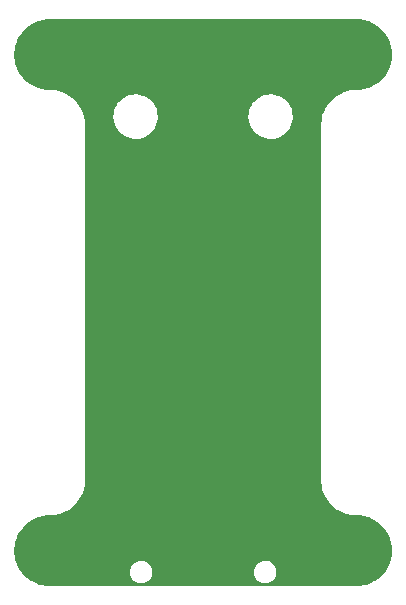
<source format=gbr>
%TF.GenerationSoftware,KiCad,Pcbnew,(7.0.0)*%
%TF.CreationDate,2024-01-22T21:47:18-08:00*%
%TF.ProjectId,M.E.S.S.I Basic,4d2e452e-532e-4532-9e49-204261736963,rev?*%
%TF.SameCoordinates,Original*%
%TF.FileFunction,Copper,L2,Bot*%
%TF.FilePolarity,Positive*%
%FSLAX46Y46*%
G04 Gerber Fmt 4.6, Leading zero omitted, Abs format (unit mm)*
G04 Created by KiCad (PCBNEW (7.0.0)) date 2024-01-22 21:47:18*
%MOMM*%
%LPD*%
G01*
G04 APERTURE LIST*
%TA.AperFunction,ComponentPad*%
%ADD10C,0.800000*%
%TD*%
%TA.AperFunction,ComponentPad*%
%ADD11C,5.400000*%
%TD*%
%TA.AperFunction,ViaPad*%
%ADD12C,0.762000*%
%TD*%
G04 APERTURE END LIST*
D10*
%TO.P,H1,1,1*%
%TO.N,GND*%
X123000000Y-55025000D03*
X121568109Y-54431891D03*
X124431891Y-54431891D03*
X120975000Y-53000000D03*
D11*
X123000000Y-53000000D03*
D10*
X125025000Y-53000000D03*
X121568109Y-51568109D03*
X124431891Y-51568109D03*
X123000000Y-50975000D03*
%TD*%
%TO.P,H2,1,1*%
%TO.N,GND*%
X94975000Y-53000000D03*
X95568109Y-51568109D03*
X95568109Y-54431891D03*
X97000000Y-50975000D03*
D11*
X97000000Y-53000000D03*
D10*
X97000000Y-55025000D03*
X98431891Y-51568109D03*
X98431891Y-54431891D03*
X99025000Y-53000000D03*
%TD*%
%TO.P,H3,1,1*%
%TO.N,GND*%
X94975000Y-95000000D03*
X95568109Y-93568109D03*
X95568109Y-96431891D03*
X97000000Y-92975000D03*
D11*
X97000000Y-95000000D03*
D10*
X97000000Y-97025000D03*
X98431891Y-93568109D03*
X98431891Y-96431891D03*
X99025000Y-95000000D03*
%TD*%
%TO.P,H4,1,1*%
%TO.N,GND*%
X120975000Y-95000000D03*
X121568109Y-93568109D03*
X121568109Y-96431891D03*
X123000000Y-92975000D03*
D11*
X123000000Y-95000000D03*
D10*
X123000000Y-97025000D03*
X124431891Y-93568109D03*
X124431891Y-96431891D03*
X125025000Y-95000000D03*
%TD*%
D12*
%TO.N,GND*%
X111625000Y-75725000D03*
X113250000Y-75925000D03*
%TD*%
%TA.AperFunction,Conductor*%
%TO.N,GND*%
G36*
X123002777Y-50000655D02*
G01*
X123239565Y-50013953D01*
X123239764Y-50014017D01*
X123239768Y-50013965D01*
X123246176Y-50014338D01*
X123332204Y-50019348D01*
X123343000Y-50020577D01*
X123533632Y-50052967D01*
X123669976Y-50077008D01*
X123680183Y-50079371D01*
X123856879Y-50130277D01*
X123857721Y-50130524D01*
X123998963Y-50172809D01*
X124008425Y-50176175D01*
X124174638Y-50245023D01*
X124175916Y-50245564D01*
X124314822Y-50305482D01*
X124323492Y-50309735D01*
X124479131Y-50395754D01*
X124480598Y-50396583D01*
X124613465Y-50473293D01*
X124621247Y-50478285D01*
X124765081Y-50580340D01*
X124766895Y-50581659D01*
X124891006Y-50674056D01*
X124897843Y-50679637D01*
X124986846Y-50759175D01*
X125028668Y-50796549D01*
X125030638Y-50798358D01*
X125143794Y-50905116D01*
X125149674Y-50911158D01*
X125266172Y-51041519D01*
X125268192Y-51043851D01*
X125368565Y-51163471D01*
X125373468Y-51169819D01*
X125474384Y-51312047D01*
X125476356Y-51314934D01*
X125562389Y-51445741D01*
X125566323Y-51452254D01*
X125650510Y-51604578D01*
X125652333Y-51608035D01*
X125722758Y-51748263D01*
X125725752Y-51754809D01*
X125792258Y-51915370D01*
X125793823Y-51919395D01*
X125847556Y-52067024D01*
X125849658Y-52073477D01*
X125897726Y-52240323D01*
X125898927Y-52244899D01*
X125935200Y-52397949D01*
X125936469Y-52404197D01*
X125965527Y-52575219D01*
X125966257Y-52580309D01*
X125984530Y-52736652D01*
X125985043Y-52742593D01*
X125994768Y-52915737D01*
X125994924Y-52921289D01*
X125994924Y-53078711D01*
X125994768Y-53084263D01*
X125985043Y-53257405D01*
X125984530Y-53263346D01*
X125966257Y-53419689D01*
X125965527Y-53424779D01*
X125936469Y-53595801D01*
X125935200Y-53602049D01*
X125898927Y-53755099D01*
X125897726Y-53759675D01*
X125849658Y-53926521D01*
X125847556Y-53932974D01*
X125793823Y-54080603D01*
X125792258Y-54084628D01*
X125725752Y-54245189D01*
X125722758Y-54251735D01*
X125652333Y-54391963D01*
X125650510Y-54395420D01*
X125566323Y-54547744D01*
X125562389Y-54554257D01*
X125476356Y-54685064D01*
X125474384Y-54687951D01*
X125373468Y-54830179D01*
X125368565Y-54836527D01*
X125268192Y-54956147D01*
X125266172Y-54958479D01*
X125149674Y-55088840D01*
X125143794Y-55094882D01*
X125030638Y-55201640D01*
X125028668Y-55203449D01*
X124897848Y-55320357D01*
X124890999Y-55325948D01*
X124766912Y-55418327D01*
X124765081Y-55419658D01*
X124621247Y-55521713D01*
X124613459Y-55526708D01*
X124480671Y-55603374D01*
X124479059Y-55604285D01*
X124323498Y-55690260D01*
X124314822Y-55694516D01*
X124175916Y-55754434D01*
X124174590Y-55754995D01*
X124008443Y-55823816D01*
X123998950Y-55827193D01*
X123857764Y-55869461D01*
X123856777Y-55869751D01*
X123680184Y-55920626D01*
X123669970Y-55922991D01*
X123533812Y-55947000D01*
X123533203Y-55947105D01*
X123343017Y-55979419D01*
X123332190Y-55980651D01*
X123239769Y-55986034D01*
X123239565Y-55986045D01*
X123012655Y-55998789D01*
X123002776Y-55999344D01*
X122997227Y-55999500D01*
X122842750Y-55999500D01*
X122840196Y-55999768D01*
X122840185Y-55999769D01*
X122532540Y-56032104D01*
X122532534Y-56032104D01*
X122529974Y-56032374D01*
X122527459Y-56032908D01*
X122527450Y-56032910D01*
X122224871Y-56097225D01*
X122224858Y-56097228D01*
X122222348Y-56097762D01*
X122219904Y-56098555D01*
X122219893Y-56098559D01*
X121925700Y-56194147D01*
X121925682Y-56194153D01*
X121923241Y-56194947D01*
X121920885Y-56195995D01*
X121920877Y-56195999D01*
X121638294Y-56321813D01*
X121638272Y-56321823D01*
X121635932Y-56322866D01*
X121633702Y-56324153D01*
X121633695Y-56324157D01*
X121365798Y-56478827D01*
X121365790Y-56478831D01*
X121363568Y-56480115D01*
X121361498Y-56481618D01*
X121361484Y-56481628D01*
X121111226Y-56663451D01*
X121111209Y-56663464D01*
X121109133Y-56664973D01*
X121107215Y-56666699D01*
X121107205Y-56666708D01*
X120877351Y-56873669D01*
X120877341Y-56873678D01*
X120875414Y-56875414D01*
X120873678Y-56877341D01*
X120873669Y-56877351D01*
X120666708Y-57107205D01*
X120666699Y-57107215D01*
X120664973Y-57109133D01*
X120663464Y-57111209D01*
X120663451Y-57111226D01*
X120481628Y-57361484D01*
X120481618Y-57361498D01*
X120480115Y-57363568D01*
X120478831Y-57365790D01*
X120478827Y-57365798D01*
X120324157Y-57633695D01*
X120324153Y-57633702D01*
X120322866Y-57635932D01*
X120321823Y-57638272D01*
X120321813Y-57638294D01*
X120195999Y-57920877D01*
X120195995Y-57920885D01*
X120194947Y-57923241D01*
X120194153Y-57925682D01*
X120194147Y-57925700D01*
X120098559Y-58219893D01*
X120098555Y-58219904D01*
X120097762Y-58222348D01*
X120097228Y-58224858D01*
X120097225Y-58224871D01*
X120047410Y-58459234D01*
X120032374Y-58529974D01*
X120032104Y-58532534D01*
X120032104Y-58532540D01*
X119999769Y-58840185D01*
X119999768Y-58840196D01*
X119999500Y-58842750D01*
X119999500Y-58999901D01*
X119999500Y-88999500D01*
X119999500Y-89000000D01*
X119999500Y-89157250D01*
X120032374Y-89470026D01*
X120032909Y-89472543D01*
X120032910Y-89472549D01*
X120097225Y-89775128D01*
X120097227Y-89775137D01*
X120097762Y-89777652D01*
X120098557Y-89780099D01*
X120098559Y-89780106D01*
X120194147Y-90074299D01*
X120194151Y-90074310D01*
X120194947Y-90076759D01*
X120195998Y-90079120D01*
X120195999Y-90079122D01*
X120321813Y-90361705D01*
X120321820Y-90361719D01*
X120322866Y-90364068D01*
X120480115Y-90636432D01*
X120481624Y-90638509D01*
X120481628Y-90638515D01*
X120663451Y-90888773D01*
X120663457Y-90888780D01*
X120664973Y-90890867D01*
X120875414Y-91124586D01*
X121109133Y-91335027D01*
X121111221Y-91336544D01*
X121111226Y-91336548D01*
X121361484Y-91518371D01*
X121363568Y-91519885D01*
X121635932Y-91677134D01*
X121638288Y-91678183D01*
X121638294Y-91678186D01*
X121761077Y-91732852D01*
X121923241Y-91805053D01*
X122222348Y-91902238D01*
X122529974Y-91967626D01*
X122842750Y-92000500D01*
X122997227Y-92000500D01*
X123002777Y-92000655D01*
X123239565Y-92013953D01*
X123239764Y-92014017D01*
X123239768Y-92013965D01*
X123246176Y-92014338D01*
X123332204Y-92019348D01*
X123343000Y-92020577D01*
X123533632Y-92052967D01*
X123669976Y-92077008D01*
X123680183Y-92079371D01*
X123856879Y-92130277D01*
X123857721Y-92130524D01*
X123998963Y-92172809D01*
X124008425Y-92176175D01*
X124174638Y-92245023D01*
X124175916Y-92245564D01*
X124314822Y-92305482D01*
X124323492Y-92309735D01*
X124479131Y-92395754D01*
X124480598Y-92396583D01*
X124613465Y-92473293D01*
X124621247Y-92478285D01*
X124765081Y-92580340D01*
X124766895Y-92581659D01*
X124891006Y-92674056D01*
X124897843Y-92679637D01*
X124986846Y-92759175D01*
X125028668Y-92796549D01*
X125030638Y-92798358D01*
X125143794Y-92905116D01*
X125149674Y-92911158D01*
X125266172Y-93041519D01*
X125268192Y-93043851D01*
X125368565Y-93163471D01*
X125373468Y-93169819D01*
X125474384Y-93312047D01*
X125476356Y-93314934D01*
X125562389Y-93445741D01*
X125566323Y-93452254D01*
X125650510Y-93604578D01*
X125652333Y-93608035D01*
X125722758Y-93748263D01*
X125725752Y-93754809D01*
X125792258Y-93915370D01*
X125793823Y-93919395D01*
X125847556Y-94067024D01*
X125849658Y-94073477D01*
X125897726Y-94240323D01*
X125898927Y-94244899D01*
X125935200Y-94397949D01*
X125936469Y-94404197D01*
X125965527Y-94575219D01*
X125966257Y-94580309D01*
X125984530Y-94736652D01*
X125985043Y-94742593D01*
X125994768Y-94915737D01*
X125994924Y-94921289D01*
X125994924Y-95078711D01*
X125994768Y-95084263D01*
X125985043Y-95257405D01*
X125984530Y-95263346D01*
X125966257Y-95419689D01*
X125965527Y-95424779D01*
X125936469Y-95595801D01*
X125935200Y-95602049D01*
X125898927Y-95755099D01*
X125897726Y-95759675D01*
X125849658Y-95926521D01*
X125847556Y-95932974D01*
X125793823Y-96080603D01*
X125792258Y-96084628D01*
X125725752Y-96245189D01*
X125722758Y-96251735D01*
X125652333Y-96391963D01*
X125650510Y-96395420D01*
X125566323Y-96547744D01*
X125562389Y-96554257D01*
X125476356Y-96685064D01*
X125474384Y-96687951D01*
X125373468Y-96830179D01*
X125368565Y-96836527D01*
X125268192Y-96956147D01*
X125266172Y-96958479D01*
X125149674Y-97088840D01*
X125143794Y-97094882D01*
X125030638Y-97201640D01*
X125028668Y-97203449D01*
X124897848Y-97320357D01*
X124890999Y-97325948D01*
X124766912Y-97418327D01*
X124765081Y-97419658D01*
X124621247Y-97521713D01*
X124613459Y-97526708D01*
X124480671Y-97603374D01*
X124479059Y-97604285D01*
X124323498Y-97690260D01*
X124314822Y-97694516D01*
X124175916Y-97754434D01*
X124174590Y-97754995D01*
X124008443Y-97823816D01*
X123998950Y-97827193D01*
X123857764Y-97869461D01*
X123856777Y-97869751D01*
X123680184Y-97920626D01*
X123669970Y-97922991D01*
X123533812Y-97947000D01*
X123533203Y-97947105D01*
X123343017Y-97979419D01*
X123332190Y-97980651D01*
X123239769Y-97986034D01*
X123239565Y-97986045D01*
X123012655Y-97998789D01*
X123002776Y-97999344D01*
X122997227Y-97999500D01*
X97002773Y-97999500D01*
X96997223Y-97999344D01*
X96986559Y-97998745D01*
X96760433Y-97986045D01*
X96760233Y-97985968D01*
X96760230Y-97986034D01*
X96667808Y-97980651D01*
X96656981Y-97979419D01*
X96466795Y-97947105D01*
X96466186Y-97947000D01*
X96330028Y-97922991D01*
X96319814Y-97920626D01*
X96143221Y-97869751D01*
X96142234Y-97869461D01*
X96001048Y-97827193D01*
X95991555Y-97823816D01*
X95825408Y-97754995D01*
X95824082Y-97754434D01*
X95685176Y-97694516D01*
X95676500Y-97690260D01*
X95520939Y-97604285D01*
X95519327Y-97603374D01*
X95386539Y-97526708D01*
X95378751Y-97521713D01*
X95234917Y-97419658D01*
X95233086Y-97418327D01*
X95108999Y-97325948D01*
X95102150Y-97320357D01*
X94971321Y-97203440D01*
X94969360Y-97201640D01*
X94856204Y-97094882D01*
X94850324Y-97088840D01*
X94733826Y-96958479D01*
X94731806Y-96956147D01*
X94645201Y-96852935D01*
X103797330Y-96852935D01*
X103798089Y-96857892D01*
X103798090Y-96857902D01*
X103820246Y-97002523D01*
X103826557Y-97043717D01*
X103828301Y-97048427D01*
X103828303Y-97048433D01*
X103891843Y-97219995D01*
X103891846Y-97220001D01*
X103893590Y-97224710D01*
X103896248Y-97228974D01*
X103948725Y-97313167D01*
X103995684Y-97388505D01*
X104128660Y-97528396D01*
X104132774Y-97531260D01*
X104132776Y-97531261D01*
X104237692Y-97604285D01*
X104287073Y-97638655D01*
X104464439Y-97714769D01*
X104653496Y-97753621D01*
X104795616Y-97753621D01*
X104798127Y-97753621D01*
X104942017Y-97738989D01*
X105126174Y-97681209D01*
X105294929Y-97587542D01*
X105441375Y-97461822D01*
X105559517Y-97309197D01*
X105644516Y-97135913D01*
X105692894Y-96949067D01*
X105697769Y-96852935D01*
X114297330Y-96852935D01*
X114298089Y-96857892D01*
X114298090Y-96857902D01*
X114320246Y-97002523D01*
X114326557Y-97043717D01*
X114328301Y-97048427D01*
X114328303Y-97048433D01*
X114391843Y-97219995D01*
X114391846Y-97220001D01*
X114393590Y-97224710D01*
X114396248Y-97228974D01*
X114448725Y-97313167D01*
X114495684Y-97388505D01*
X114628660Y-97528396D01*
X114632774Y-97531260D01*
X114632776Y-97531261D01*
X114737692Y-97604285D01*
X114787073Y-97638655D01*
X114964439Y-97714769D01*
X115153496Y-97753621D01*
X115295616Y-97753621D01*
X115298127Y-97753621D01*
X115442017Y-97738989D01*
X115626174Y-97681209D01*
X115794929Y-97587542D01*
X115941375Y-97461822D01*
X116059517Y-97309197D01*
X116144516Y-97135913D01*
X116192894Y-96949067D01*
X116202670Y-96756307D01*
X116173443Y-96565525D01*
X116106410Y-96384532D01*
X116004316Y-96220737D01*
X115871340Y-96080846D01*
X115867225Y-96077982D01*
X115867223Y-96077980D01*
X115717048Y-95973455D01*
X115717045Y-95973453D01*
X115712927Y-95970587D01*
X115708311Y-95968606D01*
X115708309Y-95968605D01*
X115540177Y-95896454D01*
X115535561Y-95894473D01*
X115530644Y-95893462D01*
X115530636Y-95893460D01*
X115351427Y-95856632D01*
X115351420Y-95856631D01*
X115346504Y-95855621D01*
X115201873Y-95855621D01*
X115199376Y-95855874D01*
X115199374Y-95855875D01*
X115062981Y-95869744D01*
X115062973Y-95869745D01*
X115057983Y-95870253D01*
X115053197Y-95871754D01*
X115053190Y-95871756D01*
X114878615Y-95926530D01*
X114878611Y-95926531D01*
X114873826Y-95928033D01*
X114869444Y-95930464D01*
X114869435Y-95930469D01*
X114709462Y-96019262D01*
X114709456Y-96019265D01*
X114705071Y-96021700D01*
X114701265Y-96024966D01*
X114701261Y-96024970D01*
X114562433Y-96144150D01*
X114562428Y-96144155D01*
X114558625Y-96147420D01*
X114555556Y-96151384D01*
X114555551Y-96151390D01*
X114443556Y-96296074D01*
X114443552Y-96296079D01*
X114440483Y-96300045D01*
X114438274Y-96304548D01*
X114438273Y-96304550D01*
X114357692Y-96468825D01*
X114357688Y-96468835D01*
X114355484Y-96473329D01*
X114354227Y-96478181D01*
X114354227Y-96478183D01*
X114330326Y-96570496D01*
X114307106Y-96660175D01*
X114306851Y-96665183D01*
X114306851Y-96665190D01*
X114301976Y-96761323D01*
X114297330Y-96852935D01*
X105697769Y-96852935D01*
X105702670Y-96756307D01*
X105673443Y-96565525D01*
X105606410Y-96384532D01*
X105504316Y-96220737D01*
X105371340Y-96080846D01*
X105367225Y-96077982D01*
X105367223Y-96077980D01*
X105217048Y-95973455D01*
X105217045Y-95973453D01*
X105212927Y-95970587D01*
X105208311Y-95968606D01*
X105208309Y-95968605D01*
X105040177Y-95896454D01*
X105035561Y-95894473D01*
X105030644Y-95893462D01*
X105030636Y-95893460D01*
X104851427Y-95856632D01*
X104851420Y-95856631D01*
X104846504Y-95855621D01*
X104701873Y-95855621D01*
X104699376Y-95855874D01*
X104699374Y-95855875D01*
X104562981Y-95869744D01*
X104562973Y-95869745D01*
X104557983Y-95870253D01*
X104553197Y-95871754D01*
X104553190Y-95871756D01*
X104378615Y-95926530D01*
X104378611Y-95926531D01*
X104373826Y-95928033D01*
X104369444Y-95930464D01*
X104369435Y-95930469D01*
X104209462Y-96019262D01*
X104209456Y-96019265D01*
X104205071Y-96021700D01*
X104201265Y-96024966D01*
X104201261Y-96024970D01*
X104062433Y-96144150D01*
X104062428Y-96144155D01*
X104058625Y-96147420D01*
X104055556Y-96151384D01*
X104055551Y-96151390D01*
X103943556Y-96296074D01*
X103943552Y-96296079D01*
X103940483Y-96300045D01*
X103938274Y-96304548D01*
X103938273Y-96304550D01*
X103857692Y-96468825D01*
X103857688Y-96468835D01*
X103855484Y-96473329D01*
X103854227Y-96478181D01*
X103854227Y-96478183D01*
X103830326Y-96570496D01*
X103807106Y-96660175D01*
X103806851Y-96665183D01*
X103806851Y-96665190D01*
X103801976Y-96761323D01*
X103797330Y-96852935D01*
X94645201Y-96852935D01*
X94631433Y-96836527D01*
X94626530Y-96830179D01*
X94525614Y-96687951D01*
X94523642Y-96685064D01*
X94437609Y-96554257D01*
X94433675Y-96547744D01*
X94349488Y-96395420D01*
X94347683Y-96391997D01*
X94277231Y-96251716D01*
X94274251Y-96245201D01*
X94207740Y-96084628D01*
X94206175Y-96080603D01*
X94205220Y-96077980D01*
X94152438Y-95932964D01*
X94150340Y-95926521D01*
X94141678Y-95896454D01*
X94102262Y-95759637D01*
X94101081Y-95755140D01*
X94064792Y-95602024D01*
X94063534Y-95595829D01*
X94034465Y-95424743D01*
X94033746Y-95419725D01*
X94015467Y-95263338D01*
X94014955Y-95257404D01*
X94005232Y-95084262D01*
X94005076Y-95078711D01*
X94005076Y-94921289D01*
X94005232Y-94915738D01*
X94014955Y-94742594D01*
X94014956Y-94742593D01*
X94014956Y-94742578D01*
X94015468Y-94736652D01*
X94033747Y-94580263D01*
X94034464Y-94575267D01*
X94063536Y-94404158D01*
X94064790Y-94397987D01*
X94101086Y-94244839D01*
X94102256Y-94240383D01*
X94150348Y-94073450D01*
X94152432Y-94067052D01*
X94206192Y-93919350D01*
X94207728Y-93915398D01*
X94274260Y-93754777D01*
X94277221Y-93748304D01*
X94347704Y-93607960D01*
X94349459Y-93604631D01*
X94433685Y-93452236D01*
X94437591Y-93445770D01*
X94523677Y-93314881D01*
X94525577Y-93312100D01*
X94626541Y-93169803D01*
X94631421Y-93163486D01*
X94731848Y-93043801D01*
X94733826Y-93041519D01*
X94773185Y-92997477D01*
X94850327Y-92911154D01*
X94856188Y-92905131D01*
X94969449Y-92798276D01*
X94971239Y-92796632D01*
X95102177Y-92679618D01*
X95108970Y-92674073D01*
X95233187Y-92581597D01*
X95234815Y-92580413D01*
X95378775Y-92478269D01*
X95386514Y-92473305D01*
X95519493Y-92396529D01*
X95520765Y-92395811D01*
X95676523Y-92309726D01*
X95685170Y-92305484D01*
X95824115Y-92245549D01*
X95825252Y-92245068D01*
X95991586Y-92176170D01*
X96001023Y-92172813D01*
X96142384Y-92130492D01*
X96142977Y-92130318D01*
X96319824Y-92079369D01*
X96330015Y-92077009D01*
X96466447Y-92052953D01*
X96657003Y-92020576D01*
X96667791Y-92019349D01*
X96760231Y-92013965D01*
X96760234Y-92014024D01*
X96760430Y-92013953D01*
X96997222Y-92000655D01*
X97002773Y-92000500D01*
X97154669Y-92000500D01*
X97157250Y-92000500D01*
X97470026Y-91967626D01*
X97777652Y-91902238D01*
X98076759Y-91805053D01*
X98364068Y-91677134D01*
X98636432Y-91519885D01*
X98890867Y-91335027D01*
X99124586Y-91124586D01*
X99335027Y-90890867D01*
X99519885Y-90636432D01*
X99677134Y-90364068D01*
X99805053Y-90076759D01*
X99902238Y-89777652D01*
X99967626Y-89470026D01*
X100000500Y-89157250D01*
X100000500Y-89000000D01*
X100000500Y-88999500D01*
X100000500Y-58999901D01*
X100000500Y-58842750D01*
X99967626Y-58529974D01*
X99922714Y-58318680D01*
X102405738Y-58318680D01*
X102406132Y-58322265D01*
X102406133Y-58322278D01*
X102435368Y-58587979D01*
X102435369Y-58587989D01*
X102435764Y-58591571D01*
X102436675Y-58595056D01*
X102436677Y-58595066D01*
X102460573Y-58686467D01*
X102505204Y-58857182D01*
X102612577Y-59109852D01*
X102614457Y-59112933D01*
X102614461Y-59112940D01*
X102753709Y-59341106D01*
X102755595Y-59344196D01*
X102931209Y-59555218D01*
X103135677Y-59738423D01*
X103364641Y-59889904D01*
X103613221Y-60006433D01*
X103876119Y-60085527D01*
X104147731Y-60125500D01*
X104351740Y-60125500D01*
X104353547Y-60125500D01*
X104558805Y-60110477D01*
X104826775Y-60050784D01*
X105083198Y-59952711D01*
X105322609Y-59818347D01*
X105539904Y-59650557D01*
X105730454Y-59452916D01*
X105890196Y-59229637D01*
X106015727Y-58985479D01*
X106104370Y-58725646D01*
X106154236Y-58455674D01*
X106159242Y-58318680D01*
X113835738Y-58318680D01*
X113836132Y-58322265D01*
X113836133Y-58322278D01*
X113865368Y-58587979D01*
X113865369Y-58587989D01*
X113865764Y-58591571D01*
X113866675Y-58595056D01*
X113866677Y-58595066D01*
X113890573Y-58686467D01*
X113935204Y-58857182D01*
X114042577Y-59109852D01*
X114044457Y-59112933D01*
X114044461Y-59112940D01*
X114183709Y-59341106D01*
X114185595Y-59344196D01*
X114361209Y-59555218D01*
X114565677Y-59738423D01*
X114794641Y-59889904D01*
X115043221Y-60006433D01*
X115306119Y-60085527D01*
X115577731Y-60125500D01*
X115781740Y-60125500D01*
X115783547Y-60125500D01*
X115988805Y-60110477D01*
X116256775Y-60050784D01*
X116513198Y-59952711D01*
X116752609Y-59818347D01*
X116969904Y-59650557D01*
X117160454Y-59452916D01*
X117320196Y-59229637D01*
X117445727Y-58985479D01*
X117534370Y-58725646D01*
X117584236Y-58455674D01*
X117590905Y-58273155D01*
X117594130Y-58184935D01*
X117594129Y-58184933D01*
X117594262Y-58181320D01*
X117564236Y-57908429D01*
X117494796Y-57642818D01*
X117387423Y-57390148D01*
X117372562Y-57365798D01*
X117246290Y-57158893D01*
X117244405Y-57155804D01*
X117068791Y-56944782D01*
X116864323Y-56761577D01*
X116716005Y-56663451D01*
X116638378Y-56612093D01*
X116638374Y-56612091D01*
X116635359Y-56610096D01*
X116632082Y-56608559D01*
X116632077Y-56608557D01*
X116390053Y-56495102D01*
X116390055Y-56495102D01*
X116386779Y-56493567D01*
X116383316Y-56492525D01*
X116127352Y-56415517D01*
X116127348Y-56415516D01*
X116123881Y-56414473D01*
X116120304Y-56413946D01*
X116120297Y-56413945D01*
X115855848Y-56375026D01*
X115855838Y-56375025D01*
X115852269Y-56374500D01*
X115646453Y-56374500D01*
X115644674Y-56374630D01*
X115644652Y-56374631D01*
X115444794Y-56389259D01*
X115444786Y-56389260D01*
X115441195Y-56389523D01*
X115437678Y-56390306D01*
X115437674Y-56390307D01*
X115176747Y-56448431D01*
X115176741Y-56448432D01*
X115173225Y-56449216D01*
X115169864Y-56450501D01*
X115169852Y-56450505D01*
X114920176Y-56545998D01*
X114920169Y-56546001D01*
X114916802Y-56547289D01*
X114913660Y-56549052D01*
X114913648Y-56549058D01*
X114680546Y-56679881D01*
X114680532Y-56679889D01*
X114677391Y-56681653D01*
X114674528Y-56683863D01*
X114674526Y-56683865D01*
X114462961Y-56847229D01*
X114462947Y-56847241D01*
X114460096Y-56849443D01*
X114457585Y-56852047D01*
X114457581Y-56852051D01*
X114272064Y-57044471D01*
X114272056Y-57044480D01*
X114269546Y-57047084D01*
X114267441Y-57050025D01*
X114267437Y-57050031D01*
X114111904Y-57267426D01*
X114111896Y-57267437D01*
X114109804Y-57270363D01*
X114108155Y-57273568D01*
X114108152Y-57273575D01*
X113985928Y-57511300D01*
X113985923Y-57511311D01*
X113984273Y-57514521D01*
X113983106Y-57517939D01*
X113983104Y-57517946D01*
X113896796Y-57770933D01*
X113896792Y-57770946D01*
X113895630Y-57774354D01*
X113894974Y-57777901D01*
X113894972Y-57777912D01*
X113846421Y-58040765D01*
X113846419Y-58040774D01*
X113845764Y-58044326D01*
X113845632Y-58047931D01*
X113845631Y-58047943D01*
X113839348Y-58219893D01*
X113835738Y-58318680D01*
X106159242Y-58318680D01*
X106160905Y-58273155D01*
X106164130Y-58184935D01*
X106164129Y-58184933D01*
X106164262Y-58181320D01*
X106134236Y-57908429D01*
X106064796Y-57642818D01*
X105957423Y-57390148D01*
X105942562Y-57365798D01*
X105816290Y-57158893D01*
X105814405Y-57155804D01*
X105638791Y-56944782D01*
X105434323Y-56761577D01*
X105286005Y-56663451D01*
X105208378Y-56612093D01*
X105208374Y-56612091D01*
X105205359Y-56610096D01*
X105202082Y-56608559D01*
X105202077Y-56608557D01*
X104960053Y-56495102D01*
X104960055Y-56495102D01*
X104956779Y-56493567D01*
X104953316Y-56492525D01*
X104697352Y-56415517D01*
X104697348Y-56415516D01*
X104693881Y-56414473D01*
X104690304Y-56413946D01*
X104690297Y-56413945D01*
X104425848Y-56375026D01*
X104425838Y-56375025D01*
X104422269Y-56374500D01*
X104216453Y-56374500D01*
X104214674Y-56374630D01*
X104214652Y-56374631D01*
X104014794Y-56389259D01*
X104014786Y-56389260D01*
X104011195Y-56389523D01*
X104007678Y-56390306D01*
X104007674Y-56390307D01*
X103746747Y-56448431D01*
X103746741Y-56448432D01*
X103743225Y-56449216D01*
X103739864Y-56450501D01*
X103739852Y-56450505D01*
X103490176Y-56545998D01*
X103490169Y-56546001D01*
X103486802Y-56547289D01*
X103483660Y-56549052D01*
X103483648Y-56549058D01*
X103250546Y-56679881D01*
X103250532Y-56679889D01*
X103247391Y-56681653D01*
X103244528Y-56683863D01*
X103244526Y-56683865D01*
X103032961Y-56847229D01*
X103032947Y-56847241D01*
X103030096Y-56849443D01*
X103027585Y-56852047D01*
X103027581Y-56852051D01*
X102842064Y-57044471D01*
X102842056Y-57044480D01*
X102839546Y-57047084D01*
X102837441Y-57050025D01*
X102837437Y-57050031D01*
X102681904Y-57267426D01*
X102681896Y-57267437D01*
X102679804Y-57270363D01*
X102678155Y-57273568D01*
X102678152Y-57273575D01*
X102555928Y-57511300D01*
X102555923Y-57511311D01*
X102554273Y-57514521D01*
X102553106Y-57517939D01*
X102553104Y-57517946D01*
X102466796Y-57770933D01*
X102466792Y-57770946D01*
X102465630Y-57774354D01*
X102464974Y-57777901D01*
X102464972Y-57777912D01*
X102416421Y-58040765D01*
X102416419Y-58040774D01*
X102415764Y-58044326D01*
X102415632Y-58047931D01*
X102415631Y-58047943D01*
X102409348Y-58219893D01*
X102405738Y-58318680D01*
X99922714Y-58318680D01*
X99902238Y-58222348D01*
X99805053Y-57923241D01*
X99677134Y-57635932D01*
X99519885Y-57363568D01*
X99371180Y-57158893D01*
X99336548Y-57111226D01*
X99336544Y-57111221D01*
X99335027Y-57109133D01*
X99124586Y-56875414D01*
X98890867Y-56664973D01*
X98888780Y-56663457D01*
X98888773Y-56663451D01*
X98638515Y-56481628D01*
X98638509Y-56481624D01*
X98636432Y-56480115D01*
X98364068Y-56322866D01*
X98361719Y-56321820D01*
X98361705Y-56321813D01*
X98079122Y-56195999D01*
X98079120Y-56195998D01*
X98076759Y-56194947D01*
X98074310Y-56194151D01*
X98074299Y-56194147D01*
X97780106Y-56098559D01*
X97780099Y-56098557D01*
X97777652Y-56097762D01*
X97775137Y-56097227D01*
X97775128Y-56097225D01*
X97472549Y-56032910D01*
X97472543Y-56032909D01*
X97470026Y-56032374D01*
X97467462Y-56032104D01*
X97467459Y-56032104D01*
X97159814Y-55999769D01*
X97159804Y-55999768D01*
X97157250Y-55999500D01*
X97154669Y-55999500D01*
X97002773Y-55999500D01*
X96997223Y-55999344D01*
X96986559Y-55998745D01*
X96760433Y-55986045D01*
X96760233Y-55985968D01*
X96760230Y-55986034D01*
X96667808Y-55980651D01*
X96656981Y-55979419D01*
X96466795Y-55947105D01*
X96466186Y-55947000D01*
X96330028Y-55922991D01*
X96319814Y-55920626D01*
X96143221Y-55869751D01*
X96142234Y-55869461D01*
X96001048Y-55827193D01*
X95991555Y-55823816D01*
X95825408Y-55754995D01*
X95824082Y-55754434D01*
X95685176Y-55694516D01*
X95676500Y-55690260D01*
X95520939Y-55604285D01*
X95519327Y-55603374D01*
X95386539Y-55526708D01*
X95378751Y-55521713D01*
X95234917Y-55419658D01*
X95233086Y-55418327D01*
X95108999Y-55325948D01*
X95102150Y-55320357D01*
X94971330Y-55203449D01*
X94969360Y-55201640D01*
X94856204Y-55094882D01*
X94850324Y-55088840D01*
X94733826Y-54958479D01*
X94731806Y-54956147D01*
X94631433Y-54836527D01*
X94626530Y-54830179D01*
X94525614Y-54687951D01*
X94523642Y-54685064D01*
X94437609Y-54554257D01*
X94433675Y-54547744D01*
X94349488Y-54395420D01*
X94347683Y-54391997D01*
X94277231Y-54251716D01*
X94274251Y-54245201D01*
X94207740Y-54084628D01*
X94206175Y-54080603D01*
X94152442Y-53932974D01*
X94150340Y-53926521D01*
X94102262Y-53759637D01*
X94101081Y-53755140D01*
X94064792Y-53602024D01*
X94063534Y-53595829D01*
X94034465Y-53424743D01*
X94033746Y-53419725D01*
X94015467Y-53263338D01*
X94014955Y-53257404D01*
X94005232Y-53084262D01*
X94005076Y-53078711D01*
X94005076Y-52921289D01*
X94005232Y-52915738D01*
X94014955Y-52742594D01*
X94014956Y-52742593D01*
X94014956Y-52742578D01*
X94015468Y-52736652D01*
X94033747Y-52580263D01*
X94034464Y-52575267D01*
X94063536Y-52404158D01*
X94064790Y-52397987D01*
X94101086Y-52244839D01*
X94102256Y-52240383D01*
X94150348Y-52073450D01*
X94152432Y-52067052D01*
X94206192Y-51919350D01*
X94207728Y-51915398D01*
X94274260Y-51754777D01*
X94277221Y-51748304D01*
X94347704Y-51607960D01*
X94349459Y-51604631D01*
X94433685Y-51452236D01*
X94437591Y-51445770D01*
X94523677Y-51314881D01*
X94525577Y-51312100D01*
X94626541Y-51169803D01*
X94631421Y-51163486D01*
X94731848Y-51043801D01*
X94733826Y-51041519D01*
X94773185Y-50997477D01*
X94850327Y-50911154D01*
X94856188Y-50905131D01*
X94969449Y-50798276D01*
X94971239Y-50796632D01*
X95102177Y-50679618D01*
X95108970Y-50674073D01*
X95233187Y-50581597D01*
X95234815Y-50580413D01*
X95378775Y-50478269D01*
X95386514Y-50473305D01*
X95519493Y-50396529D01*
X95520765Y-50395811D01*
X95676523Y-50309726D01*
X95685170Y-50305484D01*
X95824115Y-50245549D01*
X95825252Y-50245068D01*
X95991586Y-50176170D01*
X96001023Y-50172813D01*
X96142384Y-50130492D01*
X96142977Y-50130318D01*
X96319824Y-50079369D01*
X96330015Y-50077009D01*
X96466447Y-50052953D01*
X96657003Y-50020576D01*
X96667791Y-50019349D01*
X96760231Y-50013965D01*
X96760234Y-50014024D01*
X96760430Y-50013953D01*
X96997222Y-50000655D01*
X97002773Y-50000500D01*
X122997227Y-50000500D01*
X123002777Y-50000655D01*
G37*
%TD.AperFunction*%
%TD*%
M02*

</source>
